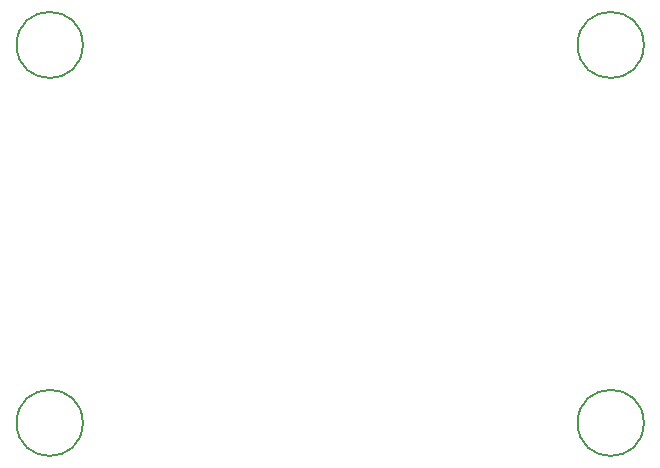
<source format=gbr>
G04 #@! TF.GenerationSoftware,KiCad,Pcbnew,6.0.7-f9a2dced07~116~ubuntu20.04.1*
G04 #@! TF.CreationDate,2022-10-13T03:27:04+01:00*
G04 #@! TF.ProjectId,mosfet_circuit,6d6f7366-6574-45f6-9369-72637569742e,rev?*
G04 #@! TF.SameCoordinates,Original*
G04 #@! TF.FileFunction,Other,Comment*
%FSLAX46Y46*%
G04 Gerber Fmt 4.6, Leading zero omitted, Abs format (unit mm)*
G04 Created by KiCad (PCBNEW 6.0.7-f9a2dced07~116~ubuntu20.04.1) date 2022-10-13 03:27:04*
%MOMM*%
%LPD*%
G01*
G04 APERTURE LIST*
%ADD10C,0.150000*%
G04 APERTURE END LIST*
D10*
X213300000Y-101500000D02*
G75*
G03*
X213300000Y-101500000I-2800000J0D01*
G01*
X165800000Y-69500000D02*
G75*
G03*
X165800000Y-69500000I-2800000J0D01*
G01*
X165800000Y-101500000D02*
G75*
G03*
X165800000Y-101500000I-2800000J0D01*
G01*
X213300000Y-69500000D02*
G75*
G03*
X213300000Y-69500000I-2800000J0D01*
G01*
M02*

</source>
